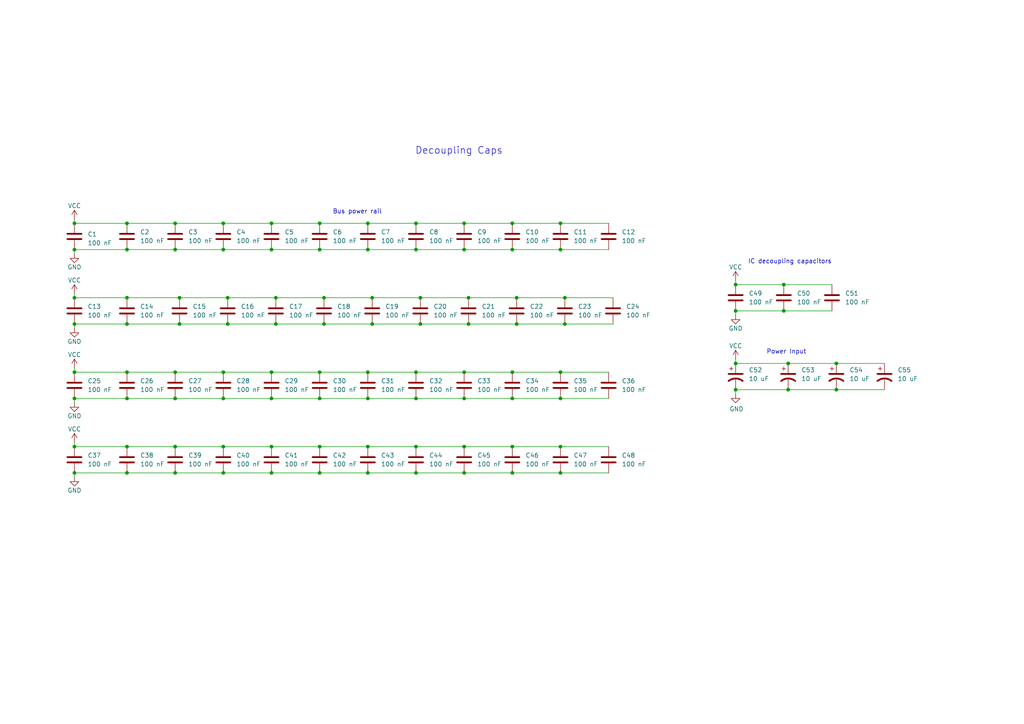
<source format=kicad_sch>
(kicad_sch (version 20231120) (generator "eeschema") (generator_version "8.0")
  (paper "A4")
  (lib_symbols
    (symbol "Device:C" (pin_numbers hide) (pin_names (offset 0.254))
      (property "Reference" "C" (at 0.635 2.54 0))
      (property "Value" "C" (at 0.635 -2.54 0))
      (symbol "C_0_1"
        (polyline (pts (xy -2.032 -0.762) (xy 2.032 -0.762)) (stroke (width 0.508)))
        (polyline (pts (xy -2.032 0.762) (xy 2.032 0.762)) (stroke (width 0.508)))
      )
      (symbol "C_1_1"
        (pin passive line (at 0 3.81 270) (length 2.794) (name "~") (number "1"))
        (pin passive line (at 0 -3.81 90) (length 2.794) (name "~") (number "2"))
      )
    )
    (symbol "Device:C_Polarized_US" (pin_numbers hide) (pin_names (offset 0.254) hide)
      (property "Reference" "C" (at 0.635 2.54 0))
      (property "Value" "C_Polarized_US" (at 0.635 -2.54 0))
      (symbol "C_Polarized_US_0_1"
        (polyline (pts (xy -2.032 0.762) (xy 2.032 0.762)) (stroke (width 0.508)))
        (polyline (pts (xy -1.778 2.286) (xy -0.762 2.286)))
        (polyline (pts (xy -1.27 1.778) (xy -1.27 2.794)))
        (arc (start 2.032 -1.27) (mid 0 -0.5572) (end -2.032 -1.27) (stroke (width 0.508)))
      )
      (symbol "C_Polarized_US_1_1"
        (pin passive line (at 0 3.81 270) (length 2.794) (name "~") (number "1"))
        (pin passive line (at 0 -3.81 90) (length 3.302) (name "~") (number "2"))
      )
    )
    (symbol "GND_2" (power) (pin_numbers hide) (pin_names (offset 0) hide)
      (property "Value" "GND" (at 0 -3.81 0))
      (symbol "GND_2_0_1"
        (polyline (pts (xy 0 0) (xy 0 -1.27) (xy 1.27 -1.27) (xy 0 -2.54) (xy -1.27 -1.27) (xy 0 -1.27)))
      )
      (symbol "GND_2_1_1"
        (pin power_in line (at 0 0 270) (length 0) (name "~") (number "1"))
      )
    )
    (symbol "VCC_2" (power) (pin_numbers hide) (pin_names (offset 0) hide)
      (property "Value" "VCC" (at 0 3.556 0))
      (symbol "VCC_2_0_1"
        (polyline (pts (xy -0.762 1.27) (xy 0 2.54)))
        (polyline (pts (xy 0 0) (xy 0 2.54)))
        (polyline (pts (xy 0 2.54) (xy 0.762 1.27)))
      )
      (symbol "VCC_2_1_1"
        (pin power_in line (at 0 0 90) (length 0) (name "~") (number "1"))
      )
    )
    (symbol "power:GND" (power) (pin_numbers hide) (pin_names (offset 0) hide)
      (property "Value" "GND" (at 0 -3.81 0))
      (symbol "GND_0_1"
        (polyline (pts (xy 0 0) (xy 0 -1.27) (xy 1.27 -1.27) (xy 0 -2.54) (xy -1.27 -1.27) (xy 0 -1.27)))
      )
      (symbol "GND_1_1"
        (pin power_in line (at 0 0 270) (length 0) (name "~") (number "1"))
      )
    )
    (symbol "power:VCC" (power) (pin_numbers hide) (pin_names (offset 0) hide)
      (property "Value" "VCC" (at 0 3.556 0))
      (symbol "VCC_0_1"
        (polyline (pts (xy -0.762 1.27) (xy 0 2.54)))
        (polyline (pts (xy 0 0) (xy 0 2.54)))
        (polyline (pts (xy 0 2.54) (xy 0.762 1.27)))
      )
      (symbol "VCC_1_1"
        (pin power_in line (at 0 0 90) (length 0) (name "~") (number "1"))
      )
    )
  )
  (junction (at 162.56 129.54))
  (junction (at 93.98 86.36))
  (junction (at 148.59 115.57))
  (junction (at 242.57 113.03))
  (junction (at 21.59 115.57))
  (junction (at 134.62 64.77))
  (junction (at 50.8 64.77))
  (junction (at 106.68 115.57))
  (junction (at 78.74 115.57))
  (junction (at 227.33 82.55))
  (junction (at 36.83 93.98))
  (junction (at 64.77 72.39))
  (junction (at 64.77 64.77))
  (junction (at 50.8 137.16))
  (junction (at 36.83 115.57))
  (junction (at 64.77 137.16))
  (junction (at 52.07 86.36))
  (junction (at 162.56 64.77))
  (junction (at 135.89 93.98))
  (junction (at 134.62 115.57))
  (junction (at 36.83 107.95))
  (junction (at 213.36 82.55))
  (junction (at 92.71 107.95))
  (junction (at 134.62 129.54))
  (junction (at 163.83 86.36))
  (junction (at 66.04 86.36))
  (junction (at 106.68 72.39))
  (junction (at 162.56 107.95))
  (junction (at 78.74 129.54))
  (junction (at 78.74 137.16))
  (junction (at 148.59 107.95))
  (junction (at 148.59 137.16))
  (junction (at 107.95 86.36))
  (junction (at 162.56 72.39))
  (junction (at 80.01 93.98))
  (junction (at 213.36 90.17))
  (junction (at 21.59 72.39))
  (junction (at 134.62 72.39))
  (junction (at 163.83 93.98))
  (junction (at 106.68 137.16))
  (junction (at 92.71 115.57))
  (junction (at 36.83 64.77))
  (junction (at 228.6 105.41))
  (junction (at 36.83 137.16))
  (junction (at 106.68 64.77))
  (junction (at 149.86 86.36))
  (junction (at 120.65 107.95))
  (junction (at 120.65 64.77))
  (junction (at 36.83 129.54))
  (junction (at 148.59 72.39))
  (junction (at 148.59 129.54))
  (junction (at 135.89 86.36))
  (junction (at 120.65 115.57))
  (junction (at 92.71 64.77))
  (junction (at 106.68 107.95))
  (junction (at 120.65 72.39))
  (junction (at 50.8 129.54))
  (junction (at 213.36 113.03))
  (junction (at 21.59 86.36))
  (junction (at 120.65 129.54))
  (junction (at 93.98 93.98))
  (junction (at 52.07 93.98))
  (junction (at 36.83 86.36))
  (junction (at 121.92 93.98))
  (junction (at 121.92 86.36))
  (junction (at 92.71 129.54))
  (junction (at 66.04 93.98))
  (junction (at 21.59 64.77))
  (junction (at 213.36 105.41))
  (junction (at 78.74 107.95))
  (junction (at 92.71 72.39))
  (junction (at 149.86 93.98))
  (junction (at 21.59 93.98))
  (junction (at 227.33 90.17))
  (junction (at 162.56 137.16))
  (junction (at 64.77 129.54))
  (junction (at 134.62 137.16))
  (junction (at 21.59 129.54))
  (junction (at 107.95 93.98))
  (junction (at 50.8 72.39))
  (junction (at 36.83 72.39))
  (junction (at 78.74 72.39))
  (junction (at 162.56 115.57))
  (junction (at 92.71 137.16))
  (junction (at 228.6 113.03))
  (junction (at 78.74 64.77))
  (junction (at 120.65 137.16))
  (junction (at 50.8 107.95))
  (junction (at 242.57 105.41))
  (junction (at 64.77 115.57))
  (junction (at 21.59 107.95))
  (junction (at 148.59 64.77))
  (junction (at 64.77 107.95))
  (junction (at 134.62 107.95))
  (junction (at 106.68 129.54))
  (junction (at 50.8 115.57))
  (junction (at 80.01 86.36))
  (junction (at 21.59 137.16))
  (wire (pts (xy 162.56 115.57) (xy 176.53 115.57)))
  (wire (pts (xy 36.83 86.36) (xy 52.07 86.36)))
  (wire (pts (xy 21.59 116.84) (xy 21.59 115.57)))
  (wire (pts (xy 66.04 86.36) (xy 80.01 86.36)))
  (wire (pts (xy 106.68 64.77) (xy 120.65 64.77)))
  (wire (pts (xy 36.83 93.98) (xy 52.07 93.98)))
  (wire (pts (xy 80.01 93.98) (xy 93.98 93.98)))
  (wire (pts (xy 107.95 93.98) (xy 121.92 93.98)))
  (wire (pts (xy 120.65 129.54) (xy 134.62 129.54)))
  (wire (pts (xy 213.36 105.41) (xy 228.6 105.41)))
  (wire (pts (xy 92.71 72.39) (xy 106.68 72.39)))
  (wire (pts (xy 21.59 138.43) (xy 21.59 137.16)))
  (wire (pts (xy 162.56 72.39) (xy 176.53 72.39)))
  (wire (pts (xy 242.57 105.41) (xy 256.54 105.41)))
  (wire (pts (xy 21.59 129.54) (xy 36.83 129.54)))
  (wire (pts (xy 134.62 64.77) (xy 148.59 64.77)))
  (wire (pts (xy 92.71 64.77) (xy 106.68 64.77)))
  (wire (pts (xy 228.6 113.03) (xy 242.57 113.03)))
  (wire (pts (xy 120.65 137.16) (xy 134.62 137.16)))
  (wire (pts (xy 148.59 137.16) (xy 162.56 137.16)))
  (wire (pts (xy 163.83 93.98) (xy 177.8 93.98)))
  (wire (pts (xy 52.07 86.36) (xy 66.04 86.36)))
  (wire (pts (xy 21.59 107.95) (xy 36.83 107.95)))
  (wire (pts (xy 106.68 137.16) (xy 120.65 137.16)))
  (wire (pts (xy 21.59 73.66) (xy 21.59 72.39)))
  (wire (pts (xy 120.65 107.95) (xy 134.62 107.95)))
  (wire (pts (xy 213.36 91.44) (xy 213.36 90.17)))
  (wire (pts (xy 228.6 105.41) (xy 242.57 105.41)))
  (wire (pts (xy 36.83 107.95) (xy 50.8 107.95)))
  (wire (pts (xy 106.68 107.95) (xy 120.65 107.95)))
  (wire (pts (xy 149.86 86.36) (xy 163.83 86.36)))
  (wire (pts (xy 213.36 114.3) (xy 213.36 113.03)))
  (wire (pts (xy 50.8 107.95) (xy 64.77 107.95)))
  (wire (pts (xy 92.71 137.16) (xy 106.68 137.16)))
  (wire (pts (xy 64.77 137.16) (xy 78.74 137.16)))
  (wire (pts (xy 227.33 82.55) (xy 241.3 82.55)))
  (wire (pts (xy 50.8 129.54) (xy 64.77 129.54)))
  (wire (pts (xy 50.8 137.16) (xy 64.77 137.16)))
  (wire (pts (xy 134.62 137.16) (xy 148.59 137.16)))
  (wire (pts (xy 213.36 113.03) (xy 228.6 113.03)))
  (wire (pts (xy 162.56 137.16) (xy 176.53 137.16)))
  (wire (pts (xy 78.74 115.57) (xy 92.71 115.57)))
  (wire (pts (xy 148.59 64.77) (xy 162.56 64.77)))
  (wire (pts (xy 64.77 72.39) (xy 78.74 72.39)))
  (wire (pts (xy 21.59 85.09) (xy 21.59 86.36)))
  (wire (pts (xy 66.04 93.98) (xy 80.01 93.98)))
  (wire (pts (xy 149.86 93.98) (xy 163.83 93.98)))
  (wire (pts (xy 107.95 86.36) (xy 121.92 86.36)))
  (wire (pts (xy 120.65 64.77) (xy 134.62 64.77)))
  (wire (pts (xy 36.83 137.16) (xy 50.8 137.16)))
  (wire (pts (xy 36.83 72.39) (xy 50.8 72.39)))
  (wire (pts (xy 121.92 93.98) (xy 135.89 93.98)))
  (wire (pts (xy 36.83 115.57) (xy 50.8 115.57)))
  (wire (pts (xy 120.65 115.57) (xy 134.62 115.57)))
  (wire (pts (xy 92.71 115.57) (xy 106.68 115.57)))
  (wire (pts (xy 93.98 86.36) (xy 107.95 86.36)))
  (wire (pts (xy 227.33 90.17) (xy 241.3 90.17)))
  (wire (pts (xy 78.74 137.16) (xy 92.71 137.16)))
  (wire (pts (xy 80.01 86.36) (xy 93.98 86.36)))
  (wire (pts (xy 163.83 86.36) (xy 177.8 86.36)))
  (wire (pts (xy 50.8 64.77) (xy 64.77 64.77)))
  (wire (pts (xy 134.62 107.95) (xy 148.59 107.95)))
  (wire (pts (xy 64.77 107.95) (xy 78.74 107.95)))
  (wire (pts (xy 36.83 86.36) (xy 21.59 86.36)))
  (wire (pts (xy 64.77 129.54) (xy 78.74 129.54)))
  (wire (pts (xy 121.92 86.36) (xy 135.89 86.36)))
  (wire (pts (xy 64.77 64.77) (xy 78.74 64.77)))
  (wire (pts (xy 148.59 72.39) (xy 162.56 72.39)))
  (wire (pts (xy 134.62 115.57) (xy 148.59 115.57)))
  (wire (pts (xy 213.36 82.55) (xy 227.33 82.55)))
  (wire (pts (xy 78.74 107.95) (xy 92.71 107.95)))
  (wire (pts (xy 135.89 86.36) (xy 149.86 86.36)))
  (wire (pts (xy 106.68 72.39) (xy 120.65 72.39)))
  (wire (pts (xy 162.56 64.77) (xy 176.53 64.77)))
  (wire (pts (xy 78.74 129.54) (xy 92.71 129.54)))
  (wire (pts (xy 134.62 72.39) (xy 148.59 72.39)))
  (wire (pts (xy 52.07 93.98) (xy 66.04 93.98)))
  (wire (pts (xy 106.68 129.54) (xy 120.65 129.54)))
  (wire (pts (xy 148.59 115.57) (xy 162.56 115.57)))
  (wire (pts (xy 36.83 93.98) (xy 21.59 93.98)))
  (wire (pts (xy 21.59 64.77) (xy 36.83 64.77)))
  (wire (pts (xy 92.71 107.95) (xy 106.68 107.95)))
  (wire (pts (xy 92.71 129.54) (xy 106.68 129.54)))
  (wire (pts (xy 21.59 128.27) (xy 21.59 129.54)))
  (wire (pts (xy 134.62 129.54) (xy 148.59 129.54)))
  (wire (pts (xy 148.59 107.95) (xy 162.56 107.95)))
  (wire (pts (xy 64.77 115.57) (xy 78.74 115.57)))
  (wire (pts (xy 21.59 137.16) (xy 36.83 137.16)))
  (wire (pts (xy 93.98 93.98) (xy 107.95 93.98)))
  (wire (pts (xy 36.83 64.77) (xy 50.8 64.77)))
  (wire (pts (xy 21.59 95.25) (xy 21.59 93.98)))
  (wire (pts (xy 148.59 129.54) (xy 162.56 129.54)))
  (wire (pts (xy 50.8 115.57) (xy 64.77 115.57)))
  (wire (pts (xy 78.74 64.77) (xy 92.71 64.77)))
  (wire (pts (xy 242.57 113.03) (xy 256.54 113.03)))
  (wire (pts (xy 21.59 115.57) (xy 36.83 115.57)))
  (wire (pts (xy 21.59 106.68) (xy 21.59 107.95)))
  (wire (pts (xy 213.36 90.17) (xy 227.33 90.17)))
  (wire (pts (xy 213.36 81.28) (xy 213.36 82.55)))
  (wire (pts (xy 135.89 93.98) (xy 149.86 93.98)))
  (wire (pts (xy 120.65 72.39) (xy 134.62 72.39)))
  (wire (pts (xy 21.59 63.5) (xy 21.59 64.77)))
  (wire (pts (xy 36.83 129.54) (xy 50.8 129.54)))
  (wire (pts (xy 78.74 72.39) (xy 92.71 72.39)))
  (wire (pts (xy 106.68 115.57) (xy 120.65 115.57)))
  (wire (pts (xy 162.56 129.54) (xy 176.53 129.54)))
  (wire (pts (xy 21.59 72.39) (xy 36.83 72.39)))
  (wire (pts (xy 213.36 104.14) (xy 213.36 105.41)))
  (wire (pts (xy 50.8 72.39) (xy 64.77 72.39)))
  (wire (pts (xy 162.56 107.95) (xy 176.53 107.95)))
  (text "Power Input" (at 228.092 102.108 0) (effects (font (size 1.27 1.27))))
  (text "IC decoupling capacitors" (at 229.108 75.946 0) (effects (font (size 1.27 1.27))))
  (text "Bus power rail" (at 103.632 61.468 0) (effects (font (size 1.27 1.27))))
  (text "Decoupling Caps" (at 120.396 44.958 0) (effects (font (size 2 2)) (justify left bottom)))
  (symbol (lib_id "Device:C") (at 36.83 133.35 0) (unit 1)
    (property "Reference" "C38" (at 40.64 132.0799 0) (effects (justify left)))
    (property "Value" "100 nF" (at 40.64 134.6199 0) (effects (justify left)))
    (property "Footprint" "Capacitor_THT:C_Disc_D3.0mm_W1.6mm_P2.50mm" (effects (hide yes)))
  )
  (symbol (lib_id "Device:C") (at 177.8 90.17 0) (unit 1)
    (property "Reference" "C24" (at 181.61 88.8999 0) (effects (justify left)))
    (property "Value" "100 nF" (at 181.61 91.4399 0) (effects (justify left)))
    (property "Footprint" "Capacitor_THT:C_Disc_D3.0mm_W1.6mm_P2.50mm" (effects (hide yes)))
  )
  (symbol (lib_name "GND_2") (lib_id "power:GND") (at 21.59 73.66 0) (unit 1)
    (property "Reference" "#PWR024" (effects (hide yes)))
    (property "Value" "GND" (at 21.59 77.47 0))
    (property "Description" "Power symbol creates a global label with name \"GND\" , ground" (effects (hide yes)))
  )
  (symbol (lib_id "Device:C") (at 106.68 133.35 0) (unit 1)
    (property "Reference" "C43" (at 110.49 132.0799 0) (effects (justify left)))
    (property "Value" "100 nF" (at 110.49 134.6199 0) (effects (justify left)))
    (property "Footprint" "Capacitor_THT:C_Disc_D3.0mm_W1.6mm_P2.50mm" (effects (hide yes)))
  )
  (symbol (lib_id "Device:C") (at 176.53 111.76 0) (unit 1)
    (property "Reference" "C36" (at 180.34 110.4899 0) (effects (justify left)))
    (property "Value" "100 nF" (at 180.34 113.0299 0) (effects (justify left)))
    (property "Footprint" "Capacitor_THT:C_Disc_D3.0mm_W1.6mm_P2.50mm" (effects (hide yes)))
  )
  (symbol (lib_id "power:VCC") (at 213.36 104.14 0) (unit 1)
    (property "Reference" "#PWR072" (effects (hide yes)))
    (property "Value" "VCC" (at 213.36 100.33 0))
  )
  (symbol (lib_id "Device:C") (at 92.71 133.35 0) (unit 1)
    (property "Reference" "C42" (at 96.52 132.0799 0) (effects (justify left)))
    (property "Value" "100 nF" (at 96.52 134.6199 0) (effects (justify left)))
    (property "Footprint" "Capacitor_THT:C_Disc_D3.0mm_W1.6mm_P2.50mm" (effects (hide yes)))
  )
  (symbol (lib_id "Device:C") (at 148.59 111.76 0) (unit 1)
    (property "Reference" "C34" (at 152.4 110.4899 0) (effects (justify left)))
    (property "Value" "100 nF" (at 152.4 113.0299 0) (effects (justify left)))
    (property "Footprint" "Capacitor_THT:C_Disc_D3.0mm_W1.6mm_P2.50mm" (effects (hide yes)))
  )
  (symbol (lib_id "Device:C") (at 134.62 68.58 0) (unit 1)
    (property "Reference" "C9" (at 138.43 67.3099 0) (effects (justify left)))
    (property "Value" "100 nF" (at 138.43 69.8499 0) (effects (justify left)))
    (property "Footprint" "Capacitor_THT:C_Disc_D3.0mm_W1.6mm_P2.50mm" (effects (hide yes)))
  )
  (symbol (lib_id "Device:C") (at 134.62 111.76 0) (unit 1)
    (property "Reference" "C33" (at 138.43 110.4899 0) (effects (justify left)))
    (property "Value" "100 nF" (at 138.43 113.0299 0) (effects (justify left)))
    (property "Footprint" "Capacitor_THT:C_Disc_D3.0mm_W1.6mm_P2.50mm" (effects (hide yes)))
  )
  (symbol (lib_id "Device:C") (at 213.36 86.36 0) (unit 1)
    (property "Reference" "C49" (at 217.17 85.0899 0) (effects (justify left)))
    (property "Value" "100 nF" (at 217.17 87.6299 0) (effects (justify left)))
    (property "Footprint" "Capacitor_THT:C_Disc_D3.0mm_W1.6mm_P2.50mm" (effects (hide yes)))
  )
  (symbol (lib_id "Device:C") (at 21.59 90.17 0) (unit 1)
    (property "Reference" "C13" (at 25.4 88.8999 0) (effects (justify left)))
    (property "Value" "100 nF" (at 25.4 91.4399 0) (effects (justify left)))
    (property "Footprint" "Capacitor_THT:C_Disc_D3.0mm_W1.6mm_P2.50mm" (effects (hide yes)))
  )
  (symbol (lib_id "Device:C") (at 134.62 133.35 0) (unit 1)
    (property "Reference" "C45" (at 138.43 132.0799 0) (effects (justify left)))
    (property "Value" "100 nF" (at 138.43 134.6199 0) (effects (justify left)))
    (property "Footprint" "Capacitor_THT:C_Disc_D3.0mm_W1.6mm_P2.50mm" (effects (hide yes)))
  )
  (symbol (lib_name "GND_2") (lib_id "power:GND") (at 21.59 95.25 0) (unit 1)
    (property "Reference" "#PWR053" (effects (hide yes)))
    (property "Value" "GND" (at 21.59 99.06 0))
    (property "Description" "Power symbol creates a global label with name \"GND\" , ground" (effects (hide yes)))
  )
  (symbol (lib_id "Device:C_Polarized_US") (at 242.57 109.22 0) (unit 1)
    (property "Reference" "C54" (at 246.38 107.3149 0) (effects (justify left)))
    (property "Value" "10 uF" (at 246.38 109.8549 0) (effects (justify left)))
    (property "Footprint" "Capacitor_THT:C_Radial_D6.3mm_H7.0mm_P2.50mm" (effects (hide yes)))
  )
  (symbol (lib_id "Device:C") (at 121.92 90.17 0) (unit 1)
    (property "Reference" "C20" (at 125.73 88.8999 0) (effects (justify left)))
    (property "Value" "100 nF" (at 125.73 91.4399 0) (effects (justify left)))
    (property "Footprint" "Capacitor_THT:C_Disc_D3.0mm_W1.6mm_P2.50mm" (effects (hide yes)))
  )
  (symbol (lib_id "Device:C") (at 120.65 133.35 0) (unit 1)
    (property "Reference" "C44" (at 124.46 132.0799 0) (effects (justify left)))
    (property "Value" "100 nF" (at 124.46 134.6199 0) (effects (justify left)))
    (property "Footprint" "Capacitor_THT:C_Disc_D3.0mm_W1.6mm_P2.50mm" (effects (hide yes)))
  )
  (symbol (lib_id "Device:C") (at 148.59 133.35 0) (unit 1)
    (property "Reference" "C46" (at 152.4 132.0799 0) (effects (justify left)))
    (property "Value" "100 nF" (at 152.4 134.6199 0) (effects (justify left)))
    (property "Footprint" "Capacitor_THT:C_Disc_D3.0mm_W1.6mm_P2.50mm" (effects (hide yes)))
  )
  (symbol (lib_name "GND_2") (lib_id "power:GND") (at 21.59 138.43 0) (unit 1)
    (property "Reference" "#PWR0212" (effects (hide yes)))
    (property "Value" "GND" (at 21.59 142.24 0))
    (property "Description" "Power symbol creates a global label with name \"GND\" , ground" (effects (hide yes)))
  )
  (symbol (lib_id "power:GND") (at 213.36 91.44 0) (unit 1)
    (property "Reference" "#PWR093" (effects (hide yes)))
    (property "Value" "GND" (at 213.36 95.25 0))
  )
  (symbol (lib_id "Device:C") (at 241.3 86.36 0) (unit 1)
    (property "Reference" "C51" (at 245.11 85.0899 0) (effects (justify left)))
    (property "Value" "100 nF" (at 245.11 87.6299 0) (effects (justify left)))
    (property "Footprint" "Capacitor_THT:C_Disc_D3.0mm_W1.6mm_P2.50mm" (effects (hide yes)))
  )
  (symbol (lib_name "VCC_2") (lib_id "power:VCC") (at 21.59 63.5 0) (unit 1)
    (property "Reference" "#PWR022" (effects (hide yes)))
    (property "Value" "VCC" (at 21.59 59.69 0))
    (property "Description" "Power symbol creates a global label with name \"VCC\"" (effects (hide yes)))
  )
  (symbol (lib_id "Device:C") (at 120.65 68.58 0) (unit 1)
    (property "Reference" "C8" (at 124.46 67.3099 0) (effects (justify left)))
    (property "Value" "100 nF" (at 124.46 69.8499 0) (effects (justify left)))
    (property "Footprint" "Capacitor_THT:C_Disc_D3.0mm_W1.6mm_P2.50mm" (effects (hide yes)))
  )
  (symbol (lib_id "Device:C") (at 78.74 68.58 0) (unit 1)
    (property "Reference" "C5" (at 82.55 67.3099 0) (effects (justify left)))
    (property "Value" "100 nF" (at 82.55 69.8499 0) (effects (justify left)))
    (property "Footprint" "Capacitor_THT:C_Disc_D3.0mm_W1.6mm_P2.50mm" (effects (hide yes)))
  )
  (symbol (lib_id "Device:C") (at 163.83 90.17 0) (unit 1)
    (property "Reference" "C23" (at 167.64 88.8999 0) (effects (justify left)))
    (property "Value" "100 nF" (at 167.64 91.4399 0) (effects (justify left)))
    (property "Footprint" "Capacitor_THT:C_Disc_D3.0mm_W1.6mm_P2.50mm" (effects (hide yes)))
  )
  (symbol (lib_id "Device:C") (at 120.65 111.76 0) (unit 1)
    (property "Reference" "C32" (at 124.46 110.4899 0) (effects (justify left)))
    (property "Value" "100 nF" (at 124.46 113.0299 0) (effects (justify left)))
    (property "Footprint" "Capacitor_THT:C_Disc_D3.0mm_W1.6mm_P2.50mm" (effects (hide yes)))
  )
  (symbol (lib_id "Device:C") (at 106.68 111.76 0) (unit 1)
    (property "Reference" "C31" (at 110.49 110.4899 0) (effects (justify left)))
    (property "Value" "100 nF" (at 110.49 113.0299 0) (effects (justify left)))
    (property "Footprint" "Capacitor_THT:C_Disc_D3.0mm_W1.6mm_P2.50mm" (effects (hide yes)))
  )
  (symbol (lib_id "Device:C") (at 50.8 111.76 0) (unit 1)
    (property "Reference" "C27" (at 54.61 110.4899 0) (effects (justify left)))
    (property "Value" "100 nF" (at 54.61 113.0299 0) (effects (justify left)))
    (property "Footprint" "Capacitor_THT:C_Disc_D3.0mm_W1.6mm_P2.50mm" (effects (hide yes)))
  )
  (symbol (lib_id "power:GND") (at 213.36 114.3 0) (unit 1)
    (property "Reference" "#PWR073" (effects (hide yes)))
    (property "Value" "GND" (at 213.614 118.618 0))
  )
  (symbol (lib_id "Device:C_Polarized_US") (at 213.36 109.22 0) (unit 1)
    (property "Reference" "C52" (at 217.17 107.3149 0) (effects (justify left)))
    (property "Value" "10 uF" (at 217.17 109.8549 0) (effects (justify left)))
    (property "Footprint" "Capacitor_THT:C_Radial_D6.3mm_H7.0mm_P2.50mm" (effects (hide yes)))
  )
  (symbol (lib_id "Device:C_Polarized_US") (at 256.54 109.22 0) (unit 1)
    (property "Reference" "C55" (at 260.35 107.3149 0) (effects (justify left)))
    (property "Value" "10 uF" (at 260.35 109.8549 0) (effects (justify left)))
    (property "Footprint" "Capacitor_THT:C_Radial_D6.3mm_H7.0mm_P2.50mm" (effects (hide yes)))
  )
  (symbol (lib_name "VCC_2") (lib_id "power:VCC") (at 21.59 106.68 0) (unit 1)
    (property "Reference" "#PWR0209" (effects (hide yes)))
    (property "Value" "VCC" (at 21.59 102.87 0))
    (property "Description" "Power symbol creates a global label with name \"VCC\"" (effects (hide yes)))
  )
  (symbol (lib_id "Device:C") (at 78.74 133.35 0) (unit 1)
    (property "Reference" "C41" (at 82.55 132.0799 0) (effects (justify left)))
    (property "Value" "100 nF" (at 82.55 134.6199 0) (effects (justify left)))
    (property "Footprint" "Capacitor_THT:C_Disc_D3.0mm_W1.6mm_P2.50mm" (effects (hide yes)))
  )
  (symbol (lib_id "Device:C") (at 36.83 68.58 0) (unit 1)
    (property "Reference" "C2" (at 40.64 67.3099 0) (effects (justify left)))
    (property "Value" "100 nF" (at 40.64 69.8499 0) (effects (justify left)))
    (property "Footprint" "Capacitor_THT:C_Disc_D3.0mm_W1.6mm_P2.50mm" (effects (hide yes)))
  )
  (symbol (lib_id "Device:C") (at 50.8 68.58 0) (unit 1)
    (property "Reference" "C3" (at 54.61 67.3099 0) (effects (justify left)))
    (property "Value" "100 nF" (at 54.61 69.8499 0) (effects (justify left)))
    (property "Footprint" "Capacitor_THT:C_Disc_D3.0mm_W1.6mm_P2.50mm" (effects (hide yes)))
  )
  (symbol (lib_id "power:VCC") (at 213.36 81.28 0) (unit 1)
    (property "Reference" "#PWR092" (effects (hide yes)))
    (property "Value" "VCC" (at 213.36 77.47 0))
  )
  (symbol (lib_id "Device:C") (at 93.98 90.17 0) (unit 1)
    (property "Reference" "C18" (at 97.79 88.8999 0) (effects (justify left)))
    (property "Value" "100 nF" (at 97.79 91.4399 0) (effects (justify left)))
    (property "Footprint" "Capacitor_THT:C_Disc_D3.0mm_W1.6mm_P2.50mm" (effects (hide yes)))
  )
  (symbol (lib_id "Device:C") (at 64.77 68.58 0) (unit 1)
    (property "Reference" "C4" (at 68.58 67.3099 0) (effects (justify left)))
    (property "Value" "100 nF" (at 68.58 69.8499 0) (effects (justify left)))
    (property "Footprint" "Capacitor_THT:C_Disc_D3.0mm_W1.6mm_P2.50mm" (effects (hide yes)))
  )
  (symbol (lib_id "Device:C") (at 50.8 133.35 0) (unit 1)
    (property "Reference" "C39" (at 54.61 132.0799 0) (effects (justify left)))
    (property "Value" "100 nF" (at 54.61 134.6199 0) (effects (justify left)))
    (property "Footprint" "Capacitor_THT:C_Disc_D3.0mm_W1.6mm_P2.50mm" (effects (hide yes)))
  )
  (symbol (lib_id "Device:C") (at 107.95 90.17 0) (unit 1)
    (property "Reference" "C19" (at 111.76 88.8999 0) (effects (justify left)))
    (property "Value" "100 nF" (at 111.76 91.4399 0) (effects (justify left)))
    (property "Footprint" "Capacitor_THT:C_Disc_D3.0mm_W1.6mm_P2.50mm" (effects (hide yes)))
  )
  (symbol (lib_id "Device:C") (at 162.56 68.58 0) (unit 1)
    (property "Reference" "C11" (at 166.37 67.3099 0) (effects (justify left)))
    (property "Value" "100 nF" (at 166.37 69.8499 0) (effects (justify left)))
    (property "Footprint" "Capacitor_THT:C_Disc_D3.0mm_W1.6mm_P2.50mm" (effects (hide yes)))
  )
  (symbol (lib_id "Device:C") (at 162.56 133.35 0) (unit 1)
    (property "Reference" "C47" (at 166.37 132.0799 0) (effects (justify left)))
    (property "Value" "100 nF" (at 166.37 134.6199 0) (effects (justify left)))
    (property "Footprint" "Capacitor_THT:C_Disc_D3.0mm_W1.6mm_P2.50mm" (effects (hide yes)))
  )
  (symbol (lib_id "Device:C") (at 227.33 86.36 0) (unit 1)
    (property "Reference" "C50" (at 231.14 85.0899 0) (effects (justify left)))
    (property "Value" "100 nF" (at 231.14 87.6299 0) (effects (justify left)))
    (property "Footprint" "Capacitor_THT:C_Disc_D3.0mm_W1.6mm_P2.50mm" (effects (hide yes)))
  )
  (symbol (lib_id "Device:C") (at 148.59 68.58 0) (unit 1)
    (property "Reference" "C10" (at 152.4 67.3099 0) (effects (justify left)))
    (property "Value" "100 nF" (at 152.4 69.8499 0) (effects (justify left)))
    (property "Footprint" "Capacitor_THT:C_Disc_D3.0mm_W1.6mm_P2.50mm" (effects (hide yes)))
  )
  (symbol (lib_id "Device:C") (at 92.71 111.76 0) (unit 1)
    (property "Reference" "C30" (at 96.52 110.4899 0) (effects (justify left)))
    (property "Value" "100 nF" (at 96.52 113.0299 0) (effects (justify left)))
    (property "Footprint" "Capacitor_THT:C_Disc_D3.0mm_W1.6mm_P2.50mm" (effects (hide yes)))
  )
  (symbol (lib_id "Device:C") (at 80.01 90.17 0) (unit 1)
    (property "Reference" "C17" (at 83.82 88.8999 0) (effects (justify left)))
    (property "Value" "100 nF" (at 83.82 91.4399 0) (effects (justify left)))
    (property "Footprint" "Capacitor_THT:C_Disc_D3.0mm_W1.6mm_P2.50mm" (effects (hide yes)))
  )
  (symbol (lib_id "Device:C") (at 21.59 133.35 0) (unit 1)
    (property "Reference" "C37" (at 25.4 132.0799 0) (effects (justify left)))
    (property "Value" "100 nF" (at 25.4 134.6199 0) (effects (justify left)))
    (property "Footprint" "Capacitor_THT:C_Disc_D3.0mm_W1.6mm_P2.50mm" (effects (hide yes)))
  )
  (symbol (lib_id "Device:C") (at 21.59 68.58 0) (unit 1)
    (property "Reference" "C1" (at 25.4 67.945 0) (effects (justify left)))
    (property "Value" "100 nF" (at 25.4 70.485 0) (effects (justify left)))
    (property "Footprint" "Capacitor_THT:C_Disc_D3.0mm_W1.6mm_P2.50mm" (effects (hide yes)))
  )
  (symbol (lib_id "Device:C") (at 135.89 90.17 0) (unit 1)
    (property "Reference" "C21" (at 139.7 88.8999 0) (effects (justify left)))
    (property "Value" "100 nF" (at 139.7 91.4399 0) (effects (justify left)))
    (property "Footprint" "Capacitor_THT:C_Disc_D3.0mm_W1.6mm_P2.50mm" (effects (hide yes)))
  )
  (symbol (lib_id "Device:C") (at 92.71 68.58 0) (unit 1)
    (property "Reference" "C6" (at 96.52 67.3099 0) (effects (justify left)))
    (property "Value" "100 nF" (at 96.52 69.8499 0) (effects (justify left)))
    (property "Footprint" "Capacitor_THT:C_Disc_D3.0mm_W1.6mm_P2.50mm" (effects (hide yes)))
  )
  (symbol (lib_name "VCC_2") (lib_id "power:VCC") (at 21.59 85.09 0) (unit 1)
    (property "Reference" "#PWR052" (effects (hide yes)))
    (property "Value" "VCC" (at 21.59 81.28 0))
    (property "Description" "Power symbol creates a global label with name \"VCC\"" (effects (hide yes)))
  )
  (symbol (lib_id "Device:C_Polarized_US") (at 228.6 109.22 0) (unit 1)
    (property "Reference" "C53" (at 232.41 107.3149 0) (effects (justify left)))
    (property "Value" "10 uF" (at 232.41 109.8549 0) (effects (justify left)))
    (property "Footprint" "Capacitor_THT:C_Radial_D6.3mm_H7.0mm_P2.50mm" (effects (hide yes)))
  )
  (symbol (lib_id "Device:C") (at 162.56 111.76 0) (unit 1)
    (property "Reference" "C35" (at 166.37 110.4899 0) (effects (justify left)))
    (property "Value" "100 nF" (at 166.37 113.0299 0) (effects (justify left)))
    (property "Footprint" "Capacitor_THT:C_Disc_D3.0mm_W1.6mm_P2.50mm" (effects (hide yes)))
  )
  (symbol (lib_id "Device:C") (at 106.68 68.58 0) (unit 1)
    (property "Reference" "C7" (at 110.49 67.3099 0) (effects (justify left)))
    (property "Value" "100 nF" (at 110.49 69.8499 0) (effects (justify left)))
    (property "Footprint" "Capacitor_THT:C_Disc_D3.0mm_W1.6mm_P2.50mm" (effects (hide yes)))
  )
  (symbol (lib_id "Device:C") (at 64.77 133.35 0) (unit 1)
    (property "Reference" "C40" (at 68.58 132.0799 0) (effects (justify left)))
    (property "Value" "100 nF" (at 68.58 134.6199 0) (effects (justify left)))
    (property "Footprint" "Capacitor_THT:C_Disc_D3.0mm_W1.6mm_P2.50mm" (effects (hide yes)))
  )
  (symbol (lib_id "Device:C") (at 64.77 111.76 0) (unit 1)
    (property "Reference" "C28" (at 68.58 110.4899 0) (effects (justify left)))
    (property "Value" "100 nF" (at 68.58 113.0299 0) (effects (justify left)))
    (property "Footprint" "Capacitor_THT:C_Disc_D3.0mm_W1.6mm_P2.50mm" (effects (hide yes)))
  )
  (symbol (lib_id "Device:C") (at 52.07 90.17 0) (unit 1)
    (property "Reference" "C15" (at 55.88 88.8999 0) (effects (justify left)))
    (property "Value" "100 nF" (at 55.88 91.4399 0) (effects (justify left)))
    (property "Footprint" "Capacitor_THT:C_Disc_D3.0mm_W1.6mm_P2.50mm" (effects (hide yes)))
  )
  (symbol (lib_id "Device:C") (at 36.83 90.17 0) (unit 1)
    (property "Reference" "C14" (at 40.64 88.8999 0) (effects (justify left)))
    (property "Value" "100 nF" (at 40.64 91.4399 0) (effects (justify left)))
    (property "Footprint" "Capacitor_THT:C_Disc_D3.0mm_W1.6mm_P2.50mm" (effects (hide yes)))
  )
  (symbol (lib_id "Device:C") (at 36.83 111.76 0) (unit 1)
    (property "Reference" "C26" (at 40.64 110.4899 0) (effects (justify left)))
    (property "Value" "100 nF" (at 40.64 113.0299 0) (effects (justify left)))
    (property "Footprint" "Capacitor_THT:C_Disc_D3.0mm_W1.6mm_P2.50mm" (effects (hide yes)))
  )
  (symbol (lib_id "Device:C") (at 21.59 111.76 0) (unit 1)
    (property "Reference" "C25" (at 25.4 110.4899 0) (effects (justify left)))
    (property "Value" "100 nF" (at 25.4 113.0299 0) (effects (justify left)))
    (property "Footprint" "Capacitor_THT:C_Disc_D3.0mm_W1.6mm_P2.50mm" (effects (hide yes)))
  )
  (symbol (lib_id "Device:C") (at 176.53 68.58 0) (unit 1)
    (property "Reference" "C12" (at 180.34 67.3099 0) (effects (justify left)))
    (property "Value" "100 nF" (at 180.34 69.8499 0) (effects (justify left)))
    (property "Footprint" "Capacitor_THT:C_Disc_D3.0mm_W1.6mm_P2.50mm" (effects (hide yes)))
  )
  (symbol (lib_name "GND_2") (lib_id "power:GND") (at 21.59 116.84 0) (unit 1)
    (property "Reference" "#PWR0210" (effects (hide yes)))
    (property "Value" "GND" (at 21.59 120.65 0))
    (property "Description" "Power symbol creates a global label with name \"GND\" , ground" (effects (hide yes)))
  )
  (symbol (lib_id "Device:C") (at 176.53 133.35 0) (unit 1)
    (property "Reference" "C48" (at 180.34 132.0799 0) (effects (justify left)))
    (property "Value" "100 nF" (at 180.34 134.6199 0) (effects (justify left)))
    (property "Footprint" "Capacitor_THT:C_Disc_D3.0mm_W1.6mm_P2.50mm" (effects (hide yes)))
  )
  (symbol (lib_name "VCC_2") (lib_id "power:VCC") (at 21.59 128.27 0) (unit 1)
    (property "Reference" "#PWR0211" (effects (hide yes)))
    (property "Value" "VCC" (at 21.59 124.46 0))
    (property "Description" "Power symbol creates a global label with name \"VCC\"" (effects (hide yes)))
  )
  (symbol (lib_id "Device:C") (at 66.04 90.17 0) (unit 1)
    (property "Reference" "C16" (at 69.85 88.8999 0) (effects (justify left)))
    (property "Value" "100 nF" (at 69.85 91.4399 0) (effects (justify left)))
    (property "Footprint" "Capacitor_THT:C_Disc_D3.0mm_W1.6mm_P2.50mm" (effects (hide yes)))
  )
  (symbol (lib_id "Device:C") (at 149.86 90.17 0) (unit 1)
    (property "Reference" "C22" (at 153.67 88.8999 0) (effects (justify left)))
    (property "Value" "100 nF" (at 153.67 91.4399 0) (effects (justify left)))
    (property "Footprint" "Capacitor_THT:C_Disc_D3.0mm_W1.6mm_P2.50mm" (effects (hide yes)))
  )
  (symbol (lib_id "Device:C") (at 78.74 111.76 0) (unit 1)
    (property "Reference" "C29" (at 82.55 110.4899 0) (effects (justify left)))
    (property "Value" "100 nF" (at 82.55 113.0299 0) (effects (justify left)))
    (property "Footprint" "Capacitor_THT:C_Disc_D3.0mm_W1.6mm_P2.50mm" (effects (hide yes)))
  )
)
</source>
